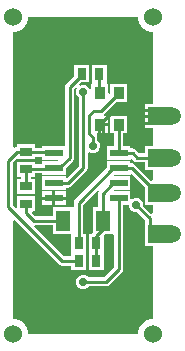
<source format=gtl>
G04*
G04 #@! TF.GenerationSoftware,Altium Limited,Altium Designer,23.11.1 (41)*
G04*
G04 Layer_Physical_Order=1*
G04 Layer_Color=255*
%FSLAX44Y44*%
%MOMM*%
G71*
G04*
G04 #@! TF.SameCoordinates,663EB88F-05E0-4BFF-A99C-D42E022A2D9A*
G04*
G04*
G04 #@! TF.FilePolarity,Positive*
G04*
G01*
G75*
%ADD10C,0.2540*%
%ADD13R,1.1500X1.8000*%
%ADD14R,0.9500X1.0000*%
%ADD15R,2.0000X1.5000*%
%ADD16R,1.0000X0.7500*%
%ADD17R,0.7500X1.0000*%
%ADD18R,1.5000X0.6000*%
%ADD27C,1.5240*%
%ADD28C,1.5000*%
%ADD29C,0.7000*%
G36*
X121460Y282349D02*
X122315Y279160D01*
X123966Y276300D01*
X126300Y273965D01*
X129160Y272315D01*
X132349Y271460D01*
X134000D01*
Y210040D01*
X127460D01*
Y201270D01*
X140000D01*
Y198730D01*
X127460D01*
Y189960D01*
X134000D01*
Y175040D01*
X127460D01*
Y168885D01*
X122359D01*
X119587Y171657D01*
X118327Y172499D01*
X116840Y172795D01*
X115130D01*
Y174450D01*
X108975D01*
Y185500D01*
X112380D01*
Y200580D01*
X97800D01*
Y185500D01*
X101205D01*
Y174450D01*
X95050D01*
Y163370D01*
X115130D01*
Y163370D01*
X116400Y163856D01*
X118003Y162253D01*
X119263Y161411D01*
X120750Y161115D01*
X127460D01*
Y154960D01*
X134000D01*
Y145846D01*
X132730Y145374D01*
X119147Y158957D01*
X117887Y159799D01*
X116400Y160095D01*
X115130D01*
Y161750D01*
X95050D01*
Y156164D01*
X68493Y129607D01*
X67651Y128347D01*
X67355Y126860D01*
Y123794D01*
X66290Y123300D01*
X49710D01*
Y115645D01*
X34629D01*
X31887Y118387D01*
X32373Y119560D01*
X34210D01*
Y132140D01*
X19130D01*
Y122643D01*
X17957Y122157D01*
X16000Y124114D01*
Y161636D01*
X18426Y164062D01*
X19130Y163770D01*
Y163770D01*
X34210D01*
Y165600D01*
X40050D01*
Y163370D01*
X53388D01*
X54066Y162100D01*
X53882Y161825D01*
X51820D01*
X51445Y161750D01*
X40050D01*
Y159520D01*
X34210D01*
Y161350D01*
X19130D01*
Y148770D01*
X22785D01*
Y147140D01*
X19130D01*
Y134560D01*
X34210D01*
Y147140D01*
X30555D01*
Y148770D01*
X34210D01*
Y151750D01*
X40050D01*
Y150670D01*
X60130D01*
Y156236D01*
X66247Y162353D01*
X67089Y163613D01*
X67385Y165100D01*
Y223081D01*
X68597Y224293D01*
X69673Y223574D01*
X68960Y221851D01*
Y219449D01*
X69879Y217229D01*
X71115Y215993D01*
Y157889D01*
X61400Y148174D01*
X60130Y148700D01*
Y149050D01*
X40050D01*
Y137970D01*
X60130D01*
Y139625D01*
X62230D01*
X63717Y139921D01*
X64977Y140763D01*
X77747Y153533D01*
X78589Y154793D01*
X78885Y156280D01*
Y168914D01*
X80155Y169641D01*
X81799Y168960D01*
X84201D01*
X86421Y169879D01*
X88120Y171579D01*
X89040Y173799D01*
Y176201D01*
X88120Y178421D01*
X86885Y179657D01*
Y182430D01*
X86589Y183917D01*
X86380Y184230D01*
X87058Y185500D01*
X87820D01*
Y193040D01*
X89090D01*
Y194310D01*
X96380D01*
Y200580D01*
X93132D01*
X92758Y201323D01*
X92684Y201850D01*
X103294Y212460D01*
X112380D01*
Y227540D01*
X97800D01*
Y218979D01*
X97650Y218879D01*
X96380Y219558D01*
Y227540D01*
X95384D01*
X95070Y228680D01*
X95070D01*
Y243760D01*
X82490D01*
Y228680D01*
X82490D01*
X82176Y227540D01*
X81800D01*
Y223335D01*
X80530Y223083D01*
X80120Y224071D01*
X78421Y225770D01*
X76201Y226690D01*
X73799D01*
X72076Y225977D01*
X71357Y227053D01*
X72984Y228680D01*
X80070D01*
Y243760D01*
X67490D01*
Y234174D01*
X60753Y227437D01*
X59911Y226177D01*
X59615Y224690D01*
Y174450D01*
X40050D01*
Y173370D01*
X34210D01*
Y176350D01*
X19130D01*
Y173945D01*
X18930D01*
X17443Y173649D01*
X17270Y173533D01*
X16000Y174212D01*
Y271460D01*
X17651D01*
X20840Y272315D01*
X23700Y273965D01*
X26035Y276300D01*
X27685Y279160D01*
X28540Y282349D01*
Y284000D01*
X121460D01*
Y282349D01*
D02*
G37*
G36*
X127460Y139656D02*
Y124960D01*
X134000D01*
Y118153D01*
X132827Y117667D01*
X126040Y124454D01*
Y126201D01*
X125120Y128421D01*
X123421Y130120D01*
X121201Y131040D01*
X118799D01*
X116579Y130120D01*
X116303Y129845D01*
X115130Y130331D01*
Y136350D01*
X101690D01*
X101036Y137620D01*
X101287Y137970D01*
X115130D01*
Y149050D01*
X101690D01*
X101036Y150320D01*
X101287Y150670D01*
X115130D01*
Y150670D01*
X116061Y151055D01*
X127460Y139656D01*
D02*
G37*
G36*
X49710Y100220D02*
X64950D01*
Y85170D01*
X64950D01*
Y85010D01*
X64950D01*
Y81355D01*
X58759D01*
X33508Y106605D01*
X34035Y107875D01*
X49710D01*
Y100220D01*
D02*
G37*
G36*
X88525Y136855D02*
X87851Y135847D01*
X87555Y134360D01*
Y123300D01*
X83710D01*
Y101974D01*
X83493Y101757D01*
X82651Y100497D01*
X82602Y100250D01*
X79950D01*
Y85170D01*
X79950D01*
Y85010D01*
X79950D01*
Y69930D01*
X92530D01*
Y85010D01*
X92530D01*
Y85170D01*
X92530D01*
Y99121D01*
X93629Y100220D01*
X100290D01*
X101205Y99364D01*
Y72409D01*
X92681Y63885D01*
X79657D01*
X78421Y65121D01*
X76201Y66040D01*
X73799D01*
X71579Y65121D01*
X69879Y63421D01*
X68960Y61201D01*
Y58799D01*
X69879Y56579D01*
X71579Y54879D01*
X73799Y53960D01*
X76201D01*
X78421Y54879D01*
X79657Y56115D01*
X94290D01*
X95777Y56411D01*
X97037Y57253D01*
X107837Y68053D01*
X108679Y69313D01*
X108975Y70800D01*
Y125270D01*
X113960D01*
Y123799D01*
X114880Y121579D01*
X116579Y119880D01*
X118799Y118960D01*
X120546D01*
X127385Y112121D01*
Y106230D01*
X127460Y105855D01*
Y89960D01*
X134000D01*
Y28540D01*
X132349D01*
X129160Y27685D01*
X126300Y26035D01*
X123966Y23700D01*
X122315Y20840D01*
X121460Y17651D01*
Y16000D01*
X28540D01*
Y17651D01*
X27685Y20840D01*
X26035Y23700D01*
X23700Y26035D01*
X20840Y27685D01*
X17651Y28540D01*
X16000D01*
Y111467D01*
X17173Y111953D01*
X54403Y74723D01*
X55663Y73881D01*
X57150Y73585D01*
X64950D01*
Y69930D01*
X77530D01*
Y85010D01*
X77530D01*
Y85170D01*
X77530D01*
Y100250D01*
X75125D01*
Y125251D01*
X87539Y137665D01*
X88525Y136855D01*
D02*
G37*
%LPC*%
G36*
X96380Y191770D02*
X90360D01*
Y185500D01*
X96380D01*
Y191770D01*
D02*
G37*
G36*
X60130Y136350D02*
X51360D01*
Y132080D01*
X60130D01*
Y136350D01*
D02*
G37*
G36*
X48820D02*
X40050D01*
Y132080D01*
X48820D01*
Y136350D01*
D02*
G37*
G36*
X60130Y129540D02*
X51360D01*
Y125270D01*
X60130D01*
Y129540D01*
D02*
G37*
G36*
X48820D02*
X40050D01*
Y125270D01*
X48820D01*
Y129540D01*
D02*
G37*
%LPD*%
D10*
X120650Y194260D02*
X134260D01*
X140000Y100000D02*
X150000D01*
X140000Y135000D02*
X150000D01*
X137500D02*
X140000D01*
Y165000D02*
X150000D01*
X140000Y200000D02*
X150000D01*
X33020Y111760D02*
X61740D01*
X95740Y108510D02*
Y111760D01*
X91440Y116060D02*
X95740Y111760D01*
X91440Y116060D02*
Y134360D01*
X86240Y99010D02*
X95740Y108510D01*
X100590Y156210D02*
X105090D01*
Y168910D02*
Y193040D01*
X11332Y123288D02*
X57150Y77470D01*
X26670Y118110D02*
X33020Y111760D01*
X11332Y123288D02*
Y162462D01*
X26670Y118110D02*
Y125850D01*
X27245Y155635D02*
X49515D01*
X18930Y170060D02*
X26670D01*
X11332Y162462D02*
X18930Y170060D01*
X26670Y155060D02*
X27245Y155635D01*
X26670Y140850D02*
Y155060D01*
X50090Y130810D02*
X60960D01*
X91440Y134360D02*
X98860Y141780D01*
Y141780D01*
X100590Y143510D01*
X105090D01*
X27245Y169485D02*
X49515D01*
X50090Y168910D01*
X26670Y170060D02*
X27245Y169485D01*
X57150Y77470D02*
X71240D01*
X86240Y92710D02*
Y99010D01*
Y77470D02*
Y92710D01*
X63500Y224690D02*
X73780Y234970D01*
Y236220D01*
X50090Y143510D02*
X62230D01*
X75000Y60000D02*
X94290D01*
X62230Y143510D02*
X75000Y156280D01*
Y220650D01*
X94290Y60000D02*
X105090Y70800D01*
X71240Y92710D02*
Y126860D01*
X100590Y156210D01*
X105090Y70800D02*
Y130810D01*
X88780Y220310D02*
Y236220D01*
Y220310D02*
X89090Y220000D01*
X105090Y219750D02*
Y220000D01*
X89090Y193290D02*
X101540Y205740D01*
X89090Y193040D02*
Y193290D01*
X101540Y205740D02*
X134260D01*
X140000Y200000D01*
X120750Y165000D02*
X140000D01*
X116840Y168910D02*
X120750Y165000D01*
X105090Y168910D02*
X116840D01*
X131270Y141230D02*
X137500Y135000D01*
X116400Y156210D02*
X131270Y141340D01*
X105090Y156210D02*
X116400D01*
X131270Y141230D02*
Y141340D01*
X137500Y100000D02*
X140000D01*
X131270Y106230D02*
X137500Y100000D01*
X56340Y157940D02*
X63500Y165100D01*
Y224690D01*
X49515Y155635D02*
X51820Y157940D01*
X56340D01*
X131270Y106230D02*
Y113730D01*
X120000Y125000D02*
X131270Y113730D01*
X80080Y200730D02*
X83820Y204470D01*
X89810D02*
X105090Y219750D01*
X83820Y204470D02*
X89810D01*
X60960Y130810D02*
X91440Y161290D01*
X89090Y193040D02*
X91440Y190690D01*
Y161290D02*
Y190690D01*
X80080Y185350D02*
Y200730D01*
Y185350D02*
X83000Y182430D01*
Y175000D02*
Y182430D01*
D13*
X92000Y111760D02*
D03*
X58000D02*
D03*
D14*
X89090Y220000D02*
D03*
X105090D02*
D03*
X89090Y193040D02*
D03*
X105090D02*
D03*
D15*
X140000Y165000D02*
D03*
Y100000D02*
D03*
Y135000D02*
D03*
Y200000D02*
D03*
D16*
X26670Y140850D02*
D03*
Y125850D02*
D03*
Y155060D02*
D03*
Y170060D02*
D03*
D17*
X71240Y92710D02*
D03*
X86240D02*
D03*
X88780Y236220D02*
D03*
X73780D02*
D03*
X71240Y77470D02*
D03*
X86240D02*
D03*
D18*
X50090Y168910D02*
D03*
Y156210D02*
D03*
Y143510D02*
D03*
Y130810D02*
D03*
X105090Y168910D02*
D03*
Y156210D02*
D03*
Y143510D02*
D03*
Y130810D02*
D03*
D27*
X16000Y16000D02*
D03*
X134000D02*
D03*
X16000Y284000D02*
D03*
X134000D02*
D03*
D28*
X150000Y165000D02*
D03*
Y135000D02*
D03*
Y200000D02*
D03*
Y100000D02*
D03*
D29*
X75000Y60000D02*
D03*
X120000Y125000D02*
D03*
X75000Y220650D02*
D03*
X83000Y175000D02*
D03*
M02*

</source>
